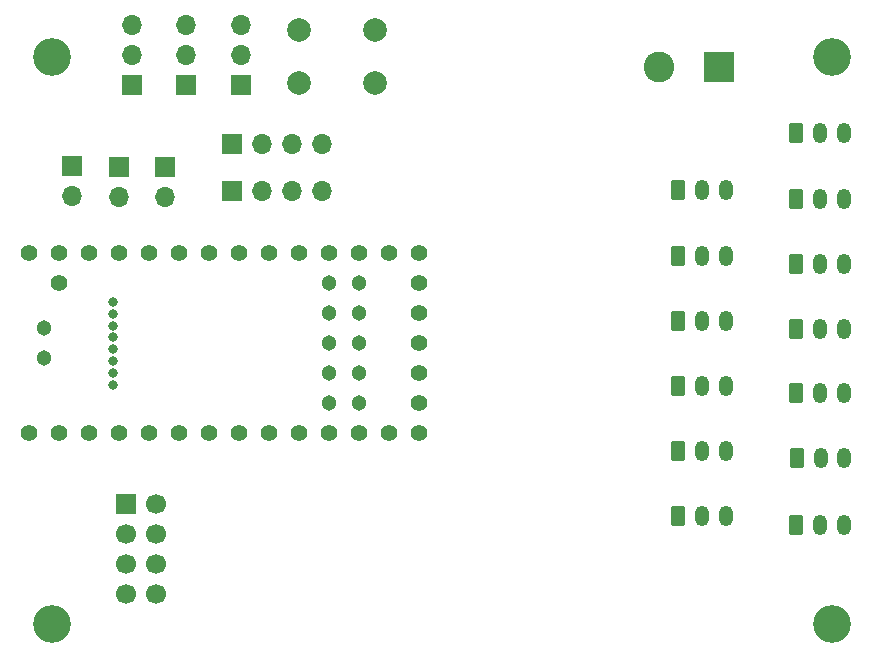
<source format=gbr>
%TF.GenerationSoftware,KiCad,Pcbnew,8.0.7*%
%TF.CreationDate,2024-12-28T15:18:58+07:00*%
%TF.ProjectId,Teensy4.0PCB,5465656e-7379-4342-9e30-5043422e6b69,rev?*%
%TF.SameCoordinates,Original*%
%TF.FileFunction,Soldermask,Bot*%
%TF.FilePolarity,Negative*%
%FSLAX46Y46*%
G04 Gerber Fmt 4.6, Leading zero omitted, Abs format (unit mm)*
G04 Created by KiCad (PCBNEW 8.0.7) date 2024-12-28 15:18:58*
%MOMM*%
%LPD*%
G01*
G04 APERTURE LIST*
G04 Aperture macros list*
%AMRoundRect*
0 Rectangle with rounded corners*
0 $1 Rounding radius*
0 $2 $3 $4 $5 $6 $7 $8 $9 X,Y pos of 4 corners*
0 Add a 4 corners polygon primitive as box body*
4,1,4,$2,$3,$4,$5,$6,$7,$8,$9,$2,$3,0*
0 Add four circle primitives for the rounded corners*
1,1,$1+$1,$2,$3*
1,1,$1+$1,$4,$5*
1,1,$1+$1,$6,$7*
1,1,$1+$1,$8,$9*
0 Add four rect primitives between the rounded corners*
20,1,$1+$1,$2,$3,$4,$5,0*
20,1,$1+$1,$4,$5,$6,$7,0*
20,1,$1+$1,$6,$7,$8,$9,0*
20,1,$1+$1,$8,$9,$2,$3,0*%
G04 Aperture macros list end*
%ADD10R,1.700000X1.700000*%
%ADD11C,1.700000*%
%ADD12C,1.404000*%
%ADD13C,1.304000*%
%ADD14C,0.804000*%
%ADD15RoundRect,0.250000X-0.350000X-0.625000X0.350000X-0.625000X0.350000X0.625000X-0.350000X0.625000X0*%
%ADD16O,1.200000X1.750000*%
%ADD17O,1.700000X1.700000*%
%ADD18C,2.000000*%
%ADD19R,2.600000X2.600000*%
%ADD20C,2.600000*%
%ADD21C,3.200000*%
G04 APERTURE END LIST*
D10*
%TO.C,U2*%
X120210500Y-108975000D03*
D11*
X122750500Y-108975000D03*
X120210500Y-111515000D03*
X122750500Y-111515000D03*
X120210500Y-114055000D03*
X122750500Y-114055000D03*
X120210500Y-116595000D03*
X122750500Y-116595000D03*
%TD*%
D12*
%TO.C,U1*%
X142505000Y-103020000D03*
X112025000Y-87780000D03*
X114565000Y-90320000D03*
X114565000Y-87780000D03*
X117105000Y-87780000D03*
X119645000Y-87780000D03*
X122185000Y-87780000D03*
X124725000Y-87780000D03*
X127265000Y-87780000D03*
X129805000Y-87780000D03*
X132345000Y-87780000D03*
X134885000Y-87780000D03*
X137425000Y-87780000D03*
X139965000Y-87780000D03*
X142505000Y-87780000D03*
X145045000Y-87780000D03*
X145045000Y-90320000D03*
X145045000Y-92860000D03*
X145045000Y-95400000D03*
X145045000Y-97940000D03*
X145045000Y-100480000D03*
X145045000Y-103020000D03*
X139965000Y-103020000D03*
X137425000Y-103020000D03*
X134885000Y-103020000D03*
X132345000Y-103020000D03*
X129805000Y-103020000D03*
X127265000Y-103020000D03*
X124725000Y-103020000D03*
X122185000Y-103020000D03*
X119645000Y-103020000D03*
X117105000Y-103020000D03*
D13*
X113295000Y-96670000D03*
X113295000Y-94130000D03*
D14*
X119163400Y-98900000D03*
X119163400Y-97900000D03*
X119163400Y-96900000D03*
X119163400Y-95900000D03*
X119163400Y-94900000D03*
X119163400Y-93900000D03*
X119163400Y-92900000D03*
X119163400Y-91900000D03*
D13*
X137425000Y-100480000D03*
X139965000Y-100480000D03*
X137425000Y-97940000D03*
X139965000Y-97940000D03*
X137425000Y-95400000D03*
X139965000Y-95400000D03*
X137425000Y-92860000D03*
X139965000Y-92860000D03*
X137425000Y-90320000D03*
X139965000Y-90320000D03*
D12*
X114565000Y-103020000D03*
X112025000Y-103020000D03*
%TD*%
D15*
%TO.C,servo13*%
X177050000Y-105150000D03*
D16*
X179050000Y-105150000D03*
X181050000Y-105150000D03*
%TD*%
D15*
%TO.C,servo12*%
X177000000Y-110800000D03*
D16*
X179000000Y-110800000D03*
X181000000Y-110800000D03*
%TD*%
D15*
%TO.C,servo11*%
X167000000Y-110000000D03*
D16*
X169000000Y-110000000D03*
X171000000Y-110000000D03*
%TD*%
D15*
%TO.C,servo10*%
X177000000Y-99650000D03*
D16*
X179000000Y-99650000D03*
X181000000Y-99650000D03*
%TD*%
D15*
%TO.C,servo9*%
X177000000Y-94150000D03*
D16*
X179000000Y-94150000D03*
X181000000Y-94150000D03*
%TD*%
D15*
%TO.C,servo8*%
X177000000Y-88650000D03*
D16*
X179000000Y-88650000D03*
X181000000Y-88650000D03*
%TD*%
D15*
%TO.C,servo7*%
X177000000Y-83150000D03*
D16*
X179000000Y-83150000D03*
X181000000Y-83150000D03*
%TD*%
D15*
%TO.C,servo6*%
X177000000Y-77600000D03*
D16*
X179000000Y-77600000D03*
X181000000Y-77600000D03*
%TD*%
D15*
%TO.C,servo5*%
X167000000Y-104500000D03*
D16*
X169000000Y-104500000D03*
X171000000Y-104500000D03*
%TD*%
D15*
%TO.C,servo4*%
X167000000Y-99000000D03*
D16*
X169000000Y-99000000D03*
X171000000Y-99000000D03*
%TD*%
D15*
%TO.C,servo3*%
X167000000Y-93500000D03*
D16*
X169000000Y-93500000D03*
X171000000Y-93500000D03*
%TD*%
D15*
%TO.C,servo2*%
X167000000Y-88000000D03*
D16*
X169000000Y-88000000D03*
X171000000Y-88000000D03*
%TD*%
D15*
%TO.C,servo1*%
X167000000Y-82450000D03*
D16*
X169000000Y-82450000D03*
X171000000Y-82450000D03*
%TD*%
D10*
%TO.C,S5*%
X115700000Y-80400000D03*
D17*
X115700000Y-82940000D03*
%TD*%
D10*
%TO.C,S4*%
X119600000Y-80440000D03*
D17*
X119600000Y-82980000D03*
%TD*%
D10*
%TO.C,S3*%
X123500000Y-80440000D03*
D17*
X123500000Y-82980000D03*
%TD*%
D10*
%TO.C,J2*%
X129200000Y-82500000D03*
D17*
X131740000Y-82500000D03*
X134280000Y-82500000D03*
X136820000Y-82500000D03*
%TD*%
D10*
%TO.C,J1*%
X129200000Y-78500000D03*
D17*
X131740000Y-78500000D03*
X134280000Y-78500000D03*
X136820000Y-78500000D03*
%TD*%
D18*
%TO.C,Button*%
X134850000Y-68850000D03*
X141350000Y-68850000D03*
X134850000Y-73350000D03*
X141350000Y-73350000D03*
%TD*%
D19*
%TO.C,Main-Terminal1*%
X170400000Y-72000000D03*
D20*
X165320000Y-72000000D03*
%TD*%
D17*
%TO.C,GND1*%
X120700000Y-68460000D03*
X120700000Y-71000000D03*
D10*
X120700000Y-73540000D03*
%TD*%
D17*
%TO.C,5V1*%
X125350000Y-68460000D03*
X125350000Y-71000000D03*
D10*
X125350000Y-73540000D03*
%TD*%
D17*
%TO.C,3.3V1*%
X130000000Y-68460000D03*
X130000000Y-71000000D03*
D10*
X130000000Y-73540000D03*
%TD*%
D21*
%TO.C,H3*%
X180000000Y-119200000D03*
%TD*%
%TO.C,H4*%
X180000000Y-71200000D03*
%TD*%
%TO.C,H1*%
X114000000Y-71200000D03*
%TD*%
%TO.C,H2*%
X114000000Y-119200000D03*
%TD*%
M02*

</source>
